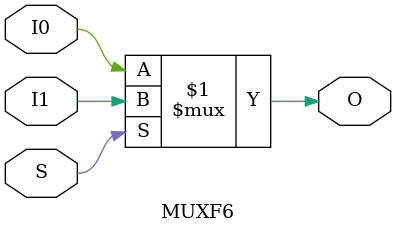
<source format=v>
module MUXF6(output O, input I0, I1, S);
  assign O = S ? I1 : I0;
endmodule
</source>
